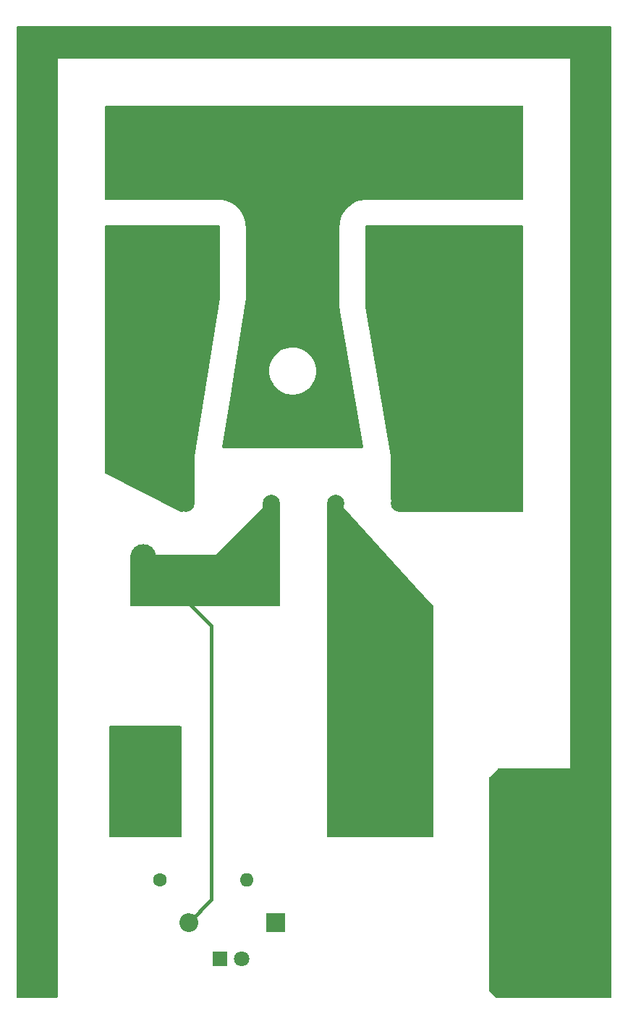
<source format=gbl>
G04 #@! TF.GenerationSoftware,KiCad,Pcbnew,6.0.11+dfsg-1*
G04 #@! TF.CreationDate,2023-07-14T21:47:45+01:00*
G04 #@! TF.ProjectId,bridge-rectifier,62726964-6765-42d7-9265-637469666965,rev?*
G04 #@! TF.SameCoordinates,Original*
G04 #@! TF.FileFunction,Copper,L2,Bot*
G04 #@! TF.FilePolarity,Positive*
%FSLAX46Y46*%
G04 Gerber Fmt 4.6, Leading zero omitted, Abs format (unit mm)*
G04 Created by KiCad (PCBNEW 6.0.11+dfsg-1) date 2023-07-14 21:47:45*
%MOMM*%
%LPD*%
G01*
G04 APERTURE LIST*
G04 Aperture macros list*
%AMRoundRect*
0 Rectangle with rounded corners*
0 $1 Rounding radius*
0 $2 $3 $4 $5 $6 $7 $8 $9 X,Y pos of 4 corners*
0 Add a 4 corners polygon primitive as box body*
4,1,4,$2,$3,$4,$5,$6,$7,$8,$9,$2,$3,0*
0 Add four circle primitives for the rounded corners*
1,1,$1+$1,$2,$3*
1,1,$1+$1,$4,$5*
1,1,$1+$1,$6,$7*
1,1,$1+$1,$8,$9*
0 Add four rect primitives between the rounded corners*
20,1,$1+$1,$2,$3,$4,$5,0*
20,1,$1+$1,$4,$5,$6,$7,0*
20,1,$1+$1,$6,$7,$8,$9,0*
20,1,$1+$1,$8,$9,$2,$3,0*%
G04 Aperture macros list end*
G04 #@! TA.AperFunction,ComponentPad*
%ADD10RoundRect,0.250001X-1.099999X-1.099999X1.099999X-1.099999X1.099999X1.099999X-1.099999X1.099999X0*%
G04 #@! TD*
G04 #@! TA.AperFunction,ComponentPad*
%ADD11C,2.700000*%
G04 #@! TD*
G04 #@! TA.AperFunction,ComponentPad*
%ADD12R,1.800000X1.800000*%
G04 #@! TD*
G04 #@! TA.AperFunction,ComponentPad*
%ADD13C,1.800000*%
G04 #@! TD*
G04 #@! TA.AperFunction,ComponentPad*
%ADD14C,2.000000*%
G04 #@! TD*
G04 #@! TA.AperFunction,ComponentPad*
%ADD15C,1.600000*%
G04 #@! TD*
G04 #@! TA.AperFunction,ComponentPad*
%ADD16O,1.600000X1.600000*%
G04 #@! TD*
G04 #@! TA.AperFunction,ComponentPad*
%ADD17C,3.000000*%
G04 #@! TD*
G04 #@! TA.AperFunction,ComponentPad*
%ADD18R,2.200000X2.200000*%
G04 #@! TD*
G04 #@! TA.AperFunction,ComponentPad*
%ADD19O,2.200000X2.200000*%
G04 #@! TD*
G04 #@! TA.AperFunction,ViaPad*
%ADD20C,0.800000*%
G04 #@! TD*
G04 #@! TA.AperFunction,Conductor*
%ADD21C,0.400000*%
G04 #@! TD*
G04 APERTURE END LIST*
D10*
X189342500Y-106000000D03*
D11*
X193302500Y-106000000D03*
D10*
X172742500Y-105950000D03*
D11*
X176702500Y-105950000D03*
D10*
X185142500Y-39250000D03*
D11*
X189102500Y-39250000D03*
D10*
X144942500Y-39250000D03*
D11*
X148902500Y-39250000D03*
D10*
X145242500Y-105950000D03*
D11*
X149202500Y-105950000D03*
D12*
X156000000Y-123200000D03*
D13*
X158540000Y-123200000D03*
D14*
X152000000Y-70000000D03*
X162000000Y-70000000D03*
X169500000Y-70000000D03*
X177000000Y-70000000D03*
D15*
X148920000Y-114000000D03*
D16*
X159080000Y-114000000D03*
D17*
X147000000Y-98750000D03*
X147000000Y-76250000D03*
D18*
X162480000Y-119000000D03*
D19*
X152320000Y-119000000D03*
D20*
X162000000Y-79000000D03*
X162000000Y-74000000D03*
X147000000Y-79000000D03*
X152000000Y-79000000D03*
X157000000Y-79000000D03*
X194500000Y-16000000D03*
X134500000Y-21000000D03*
X169500000Y-16000000D03*
X134500000Y-61000000D03*
X159500000Y-16000000D03*
X199500000Y-66000000D03*
X199500000Y-111000000D03*
X199500000Y-31000000D03*
X199500000Y-96000000D03*
X134500000Y-101000000D03*
X199500000Y-16000000D03*
X192000000Y-111000000D03*
X179500000Y-16000000D03*
X134500000Y-76000000D03*
X192000000Y-116000000D03*
X199500000Y-116000000D03*
X134500000Y-36000000D03*
X199500000Y-51000000D03*
X134500000Y-26000000D03*
X192000000Y-121000000D03*
X154500000Y-16000000D03*
X199500000Y-71000000D03*
X199500000Y-36000000D03*
X139500000Y-16000000D03*
X199500000Y-106000000D03*
X134500000Y-66000000D03*
X189500000Y-16000000D03*
X134500000Y-126000000D03*
X134500000Y-91000000D03*
X134500000Y-16000000D03*
X199500000Y-121000000D03*
X134500000Y-31000000D03*
X199500000Y-46000000D03*
X164500000Y-16000000D03*
X134500000Y-116000000D03*
X134500000Y-96000000D03*
X199500000Y-61000000D03*
X134500000Y-81000000D03*
X199500000Y-26000000D03*
X199500000Y-21000000D03*
X149500000Y-16000000D03*
X192000000Y-126000000D03*
X174500000Y-16000000D03*
X199500000Y-56000000D03*
X134500000Y-46000000D03*
X199500000Y-86000000D03*
X134500000Y-121000000D03*
X199500000Y-126000000D03*
X199500000Y-41000000D03*
X199500000Y-101000000D03*
X134500000Y-106000000D03*
X184500000Y-16000000D03*
X134500000Y-111000000D03*
X134500000Y-86000000D03*
X134500000Y-51000000D03*
X134500000Y-71000000D03*
X199500000Y-76000000D03*
X144500000Y-16000000D03*
X199500000Y-91000000D03*
X134500000Y-56000000D03*
X199500000Y-81000000D03*
X134500000Y-41000000D03*
X145500000Y-66000000D03*
X145500000Y-46000000D03*
X152000000Y-41000000D03*
X145500000Y-61000000D03*
X145500000Y-51000000D03*
X145500000Y-56000000D03*
X178000000Y-89000000D03*
X171000000Y-79000000D03*
X178000000Y-94000000D03*
X171000000Y-99000000D03*
X171000000Y-104000000D03*
X171000000Y-74000000D03*
X171000000Y-84000000D03*
X178000000Y-84000000D03*
X171000000Y-94000000D03*
X171000000Y-89000000D03*
X178000000Y-99000000D03*
X183500000Y-61000000D03*
X183500000Y-66000000D03*
X188500000Y-51000000D03*
X188500000Y-41000000D03*
X188500000Y-66000000D03*
X188500000Y-61000000D03*
X188500000Y-56000000D03*
X183500000Y-46000000D03*
X188500000Y-46000000D03*
X183500000Y-56000000D03*
X183500000Y-51000000D03*
X177300000Y-41000000D03*
X144800000Y-97000000D03*
X149300000Y-108000000D03*
X144800000Y-102500000D03*
X149300000Y-102500000D03*
X144800000Y-108000000D03*
X149300000Y-97000000D03*
X163000000Y-41000000D03*
X190000000Y-26500000D03*
X161000000Y-61500000D03*
X170000000Y-58000000D03*
X168000000Y-26500000D03*
X166000000Y-26500000D03*
X157000000Y-30500000D03*
X190000000Y-30500000D03*
X159000000Y-61500000D03*
X145000000Y-26500000D03*
X161000000Y-41000000D03*
X161000000Y-46500000D03*
X174000000Y-26500000D03*
X151000000Y-30500000D03*
X163000000Y-61500000D03*
X168000000Y-30500000D03*
X170000000Y-54000000D03*
X166000000Y-58000000D03*
X157000000Y-26500000D03*
X159000000Y-26500000D03*
X184000000Y-30500000D03*
X178000000Y-30500000D03*
X172000000Y-26500000D03*
X168000000Y-54000000D03*
X166000000Y-61500000D03*
X147000000Y-26500000D03*
X178000000Y-26500000D03*
X166000000Y-41000000D03*
X188000000Y-30500000D03*
X161000000Y-58000000D03*
X153000000Y-30500000D03*
X161000000Y-36000000D03*
X182000000Y-26500000D03*
X176000000Y-26500000D03*
X161000000Y-26500000D03*
X168000000Y-50000000D03*
X166000000Y-50000000D03*
X147000000Y-30500000D03*
X163000000Y-46500000D03*
X151000000Y-26500000D03*
X161000000Y-54000000D03*
X166000000Y-46500000D03*
X186000000Y-30500000D03*
X184000000Y-26500000D03*
X180000000Y-30500000D03*
X159000000Y-30500000D03*
X163000000Y-30500000D03*
X163000000Y-36000000D03*
X166000000Y-36000000D03*
X163000000Y-26500000D03*
X159000000Y-58000000D03*
X170000000Y-50000000D03*
X188000000Y-26500000D03*
X159000000Y-50000000D03*
X168000000Y-58000000D03*
X180000000Y-26500000D03*
X149000000Y-30500000D03*
X168000000Y-41000000D03*
X161000000Y-50000000D03*
X163000000Y-58000000D03*
X176000000Y-30500000D03*
X168000000Y-46500000D03*
X170000000Y-26500000D03*
X145000000Y-30500000D03*
X168000000Y-36000000D03*
X163000000Y-50000000D03*
X182000000Y-30500000D03*
X166000000Y-30500000D03*
X149000000Y-26500000D03*
X174000000Y-30500000D03*
X155000000Y-30500000D03*
X161000000Y-30500000D03*
X168000000Y-61500000D03*
X155000000Y-26500000D03*
X153000000Y-26500000D03*
X159000000Y-54000000D03*
X170000000Y-30500000D03*
X170000000Y-61500000D03*
X172000000Y-30500000D03*
X186000000Y-26500000D03*
D21*
X155000000Y-116320000D02*
X155000000Y-84250000D01*
X152320000Y-119000000D02*
X155000000Y-116320000D01*
X155000000Y-84250000D02*
X147000000Y-76250000D01*
G04 #@! TA.AperFunction,Conductor*
G36*
X197000000Y-127799500D02*
G01*
X188351690Y-127799500D01*
X188283569Y-127779498D01*
X188262595Y-127762595D01*
X187536905Y-127036905D01*
X187502879Y-126974593D01*
X187500000Y-126947810D01*
X187500000Y-102052190D01*
X187520002Y-101984069D01*
X187536905Y-101963095D01*
X188463095Y-101036905D01*
X188525407Y-101002879D01*
X188552190Y-101000000D01*
X197000000Y-101000000D01*
X197000000Y-127799500D01*
G37*
G04 #@! TD.AperFunction*
G04 #@! TA.AperFunction,Conductor*
G36*
X137000000Y-127673500D02*
G01*
X136979998Y-127741621D01*
X136926342Y-127788114D01*
X136874000Y-127799500D01*
X132326500Y-127799500D01*
X132258379Y-127779498D01*
X132211886Y-127725842D01*
X132200500Y-127673500D01*
X132200500Y-14326500D01*
X132220502Y-14258379D01*
X132274158Y-14211886D01*
X132326500Y-14200500D01*
X137000000Y-14200500D01*
X137000000Y-127673500D01*
G37*
G04 #@! TD.AperFunction*
G04 #@! TA.AperFunction,Conductor*
G36*
X201741621Y-14220502D02*
G01*
X201788114Y-14274158D01*
X201799500Y-14326500D01*
X201799500Y-127673500D01*
X201779498Y-127741621D01*
X201725842Y-127788114D01*
X201673500Y-127799500D01*
X197000000Y-127799500D01*
X197000000Y-14200500D01*
X201673500Y-14200500D01*
X201741621Y-14220502D01*
G37*
G04 #@! TD.AperFunction*
G04 #@! TA.AperFunction,Conductor*
G36*
X197000000Y-18000000D02*
G01*
X137000000Y-18000000D01*
X137000000Y-14200500D01*
X197000000Y-14200500D01*
X197000000Y-18000000D01*
G37*
G04 #@! TD.AperFunction*
G04 #@! TA.AperFunction,Conductor*
G36*
X162942121Y-70020002D02*
G01*
X162988614Y-70073658D01*
X163000000Y-70126000D01*
X163000000Y-81874000D01*
X162979998Y-81942121D01*
X162926342Y-81988614D01*
X162874000Y-82000000D01*
X145626000Y-82000000D01*
X145557879Y-81979998D01*
X145511386Y-81926342D01*
X145500000Y-81874000D01*
X145500000Y-76067433D01*
X145520002Y-75999312D01*
X145556108Y-75962595D01*
X146930108Y-75046595D01*
X146997883Y-75025451D01*
X147069892Y-75046595D01*
X148484477Y-75989652D01*
X148484479Y-75989653D01*
X148500000Y-76000000D01*
X155500000Y-76000000D01*
X161000000Y-70500000D01*
X161000000Y-70126000D01*
X161020002Y-70057879D01*
X161073658Y-70011386D01*
X161126000Y-70000000D01*
X162874000Y-70000000D01*
X162942121Y-70020002D01*
G37*
G04 #@! TD.AperFunction*
G04 #@! TA.AperFunction,Conductor*
G36*
X155942121Y-37520002D02*
G01*
X155988614Y-37573658D01*
X156000000Y-37626000D01*
X156000000Y-45989852D01*
X155998375Y-46010021D01*
X153000000Y-64500000D01*
X153000000Y-69932567D01*
X152979998Y-70000688D01*
X152943892Y-70037405D01*
X151560840Y-70959440D01*
X151493065Y-70980584D01*
X151434601Y-70967300D01*
X142569650Y-66534825D01*
X142517667Y-66486471D01*
X142500000Y-66422128D01*
X142500000Y-37626000D01*
X142520002Y-37557879D01*
X142573658Y-37511386D01*
X142626000Y-37500000D01*
X155874000Y-37500000D01*
X155942121Y-37520002D01*
G37*
G04 #@! TD.AperFunction*
G04 #@! TA.AperFunction,Conductor*
G36*
X151442121Y-96020002D02*
G01*
X151488614Y-96073658D01*
X151500000Y-96126000D01*
X151500000Y-108874000D01*
X151479998Y-108942121D01*
X151426342Y-108988614D01*
X151374000Y-109000000D01*
X143126000Y-109000000D01*
X143057879Y-108979998D01*
X143011386Y-108926342D01*
X143000000Y-108874000D01*
X143000000Y-96126000D01*
X143020002Y-96057879D01*
X143073658Y-96011386D01*
X143126000Y-96000000D01*
X151374000Y-96000000D01*
X151442121Y-96020002D01*
G37*
G04 #@! TD.AperFunction*
G04 #@! TA.AperFunction,Conductor*
G36*
X191442121Y-37520002D02*
G01*
X191488614Y-37573658D01*
X191500000Y-37626000D01*
X191500000Y-70874000D01*
X191479998Y-70942121D01*
X191426342Y-70988614D01*
X191374000Y-71000000D01*
X177067433Y-71000000D01*
X176999312Y-70979998D01*
X176962595Y-70943892D01*
X176021162Y-69531743D01*
X176000000Y-69461851D01*
X176000000Y-64500000D01*
X173001812Y-47010570D01*
X173000000Y-46989281D01*
X173000000Y-37626000D01*
X173020002Y-37557879D01*
X173073658Y-37511386D01*
X173126000Y-37500000D01*
X191374000Y-37500000D01*
X191442121Y-37520002D01*
G37*
G04 #@! TD.AperFunction*
G04 #@! TA.AperFunction,Conductor*
G36*
X191442121Y-23520002D02*
G01*
X191488614Y-23573658D01*
X191500000Y-23626000D01*
X191500000Y-34368500D01*
X191479998Y-34436621D01*
X191426342Y-34483114D01*
X191374000Y-34494500D01*
X173126000Y-34494500D01*
X173124476Y-34494575D01*
X173124460Y-34494575D01*
X172942091Y-34503504D01*
X172832415Y-34508873D01*
X172487151Y-34563182D01*
X172434809Y-34574568D01*
X172434373Y-34574671D01*
X172434332Y-34574680D01*
X172373472Y-34589019D01*
X172334235Y-34598263D01*
X172001042Y-34703802D01*
X171682354Y-34847309D01*
X171679214Y-34849189D01*
X171679212Y-34849190D01*
X171575551Y-34911252D01*
X171382481Y-35026843D01*
X171379578Y-35029076D01*
X171379576Y-35029078D01*
X171106939Y-35238853D01*
X171106926Y-35238864D01*
X171105479Y-35239977D01*
X171083181Y-35259298D01*
X171053095Y-35285367D01*
X171053078Y-35285383D01*
X171051823Y-35286470D01*
X171050620Y-35287630D01*
X171050605Y-35287643D01*
X170908590Y-35424496D01*
X170822999Y-35506975D01*
X170820772Y-35509658D01*
X170820769Y-35509661D01*
X170742382Y-35604089D01*
X170599759Y-35775898D01*
X170409249Y-36068921D01*
X170254044Y-36382078D01*
X170136244Y-36711137D01*
X170116242Y-36779258D01*
X170116047Y-36779993D01*
X170116041Y-36780015D01*
X170083786Y-36901682D01*
X170075514Y-36932884D01*
X170014822Y-37277083D01*
X169994500Y-37626000D01*
X169994500Y-46989281D01*
X170005328Y-47244171D01*
X170007140Y-47265460D01*
X170039524Y-47518391D01*
X170796263Y-51932700D01*
X172753978Y-63352711D01*
X172745774Y-63423232D01*
X172700745Y-63478122D01*
X172629790Y-63500000D01*
X156355001Y-63500000D01*
X156286880Y-63479998D01*
X156240387Y-63426342D01*
X156230626Y-63353831D01*
X157220356Y-57250500D01*
X157668723Y-54485572D01*
X161744511Y-54485572D01*
X161762735Y-54816712D01*
X161820608Y-55143265D01*
X161821713Y-55146890D01*
X161821714Y-55146895D01*
X161897475Y-55395471D01*
X161917294Y-55460500D01*
X162051391Y-55763821D01*
X162053332Y-55767083D01*
X162219017Y-56045576D01*
X162219021Y-56045582D01*
X162220957Y-56048836D01*
X162423536Y-56311415D01*
X162656193Y-56547756D01*
X162915558Y-56754434D01*
X163197874Y-56928455D01*
X163201321Y-56930044D01*
X163495607Y-57065713D01*
X163495617Y-57065717D01*
X163499051Y-57067300D01*
X163502651Y-57068459D01*
X163502658Y-57068462D01*
X163811119Y-57167795D01*
X163811122Y-57167796D01*
X163814728Y-57168957D01*
X163818444Y-57169676D01*
X163818452Y-57169678D01*
X164136613Y-57231234D01*
X164136622Y-57231235D01*
X164140332Y-57231953D01*
X164144108Y-57232220D01*
X164144113Y-57232221D01*
X164242748Y-57239205D01*
X164402279Y-57250500D01*
X164583386Y-57250500D01*
X164585252Y-57250388D01*
X164585269Y-57250387D01*
X164827262Y-57235798D01*
X164827266Y-57235798D01*
X164831040Y-57235570D01*
X164834762Y-57234890D01*
X164834764Y-57234890D01*
X164908632Y-57221399D01*
X165157285Y-57175987D01*
X165474009Y-57077641D01*
X165776625Y-56941958D01*
X166060748Y-56770902D01*
X166063732Y-56768575D01*
X166063739Y-56768570D01*
X166319268Y-56569287D01*
X166319270Y-56569285D01*
X166322263Y-56566951D01*
X166557382Y-56333060D01*
X166762699Y-56072617D01*
X166935240Y-55789393D01*
X166990021Y-55668909D01*
X167070937Y-55490945D01*
X167070940Y-55490937D01*
X167072506Y-55487493D01*
X167172509Y-55171288D01*
X167233799Y-54845359D01*
X167255489Y-54514428D01*
X167237265Y-54183288D01*
X167179392Y-53856735D01*
X167170852Y-53828712D01*
X167083815Y-53543139D01*
X167082706Y-53539500D01*
X166948609Y-53236179D01*
X166883004Y-53125907D01*
X166780983Y-52954424D01*
X166780979Y-52954418D01*
X166779043Y-52951164D01*
X166576464Y-52688585D01*
X166343807Y-52452244D01*
X166084442Y-52245566D01*
X165802126Y-52071545D01*
X165764174Y-52054049D01*
X165504393Y-51934287D01*
X165504383Y-51934283D01*
X165500949Y-51932700D01*
X165497349Y-51931541D01*
X165497342Y-51931538D01*
X165188881Y-51832205D01*
X165188878Y-51832204D01*
X165185272Y-51831043D01*
X165181556Y-51830324D01*
X165181548Y-51830322D01*
X164863387Y-51768766D01*
X164863378Y-51768765D01*
X164859668Y-51768047D01*
X164855892Y-51767780D01*
X164855887Y-51767779D01*
X164757252Y-51760795D01*
X164597721Y-51749500D01*
X164416614Y-51749500D01*
X164414748Y-51749612D01*
X164414731Y-51749613D01*
X164172738Y-51764202D01*
X164172734Y-51764202D01*
X164168960Y-51764430D01*
X164165238Y-51765110D01*
X164165236Y-51765110D01*
X164149155Y-51768047D01*
X163842715Y-51824013D01*
X163525991Y-51922359D01*
X163223375Y-52058042D01*
X162939252Y-52229098D01*
X162936268Y-52231425D01*
X162936261Y-52231430D01*
X162915103Y-52247931D01*
X162677737Y-52433049D01*
X162442618Y-52666940D01*
X162237301Y-52927383D01*
X162064760Y-53210607D01*
X162053133Y-53236179D01*
X161929063Y-53509055D01*
X161929060Y-53509063D01*
X161927494Y-53512507D01*
X161827491Y-53828712D01*
X161766201Y-54154641D01*
X161744511Y-54485572D01*
X157668723Y-54485572D01*
X158965121Y-46491115D01*
X158994167Y-46251390D01*
X158995792Y-46231221D01*
X159005500Y-45989852D01*
X159005500Y-37626000D01*
X159005411Y-37624167D01*
X158991292Y-37335790D01*
X158991127Y-37332415D01*
X158936818Y-36987151D01*
X158925432Y-36934809D01*
X158924979Y-36932884D01*
X158902281Y-36836545D01*
X158901737Y-36834235D01*
X158796198Y-36501042D01*
X158652691Y-36182354D01*
X158473157Y-35882481D01*
X158388980Y-35773079D01*
X158261147Y-35606939D01*
X158261136Y-35606926D01*
X158260023Y-35605479D01*
X158240702Y-35583181D01*
X158214633Y-35553095D01*
X158214617Y-35553078D01*
X158213530Y-35551823D01*
X158212370Y-35550620D01*
X158212357Y-35550605D01*
X157995452Y-35325518D01*
X157993025Y-35322999D01*
X157894466Y-35241182D01*
X157726921Y-35102099D01*
X157726920Y-35102098D01*
X157724102Y-35099759D01*
X157431079Y-34909249D01*
X157427793Y-34907620D01*
X157427787Y-34907617D01*
X157272951Y-34830879D01*
X157117922Y-34754044D01*
X156788863Y-34636244D01*
X156764820Y-34629184D01*
X156721516Y-34616469D01*
X156721497Y-34616464D01*
X156720742Y-34616242D01*
X156720007Y-34616047D01*
X156719985Y-34616041D01*
X156569692Y-34576197D01*
X156569694Y-34576197D01*
X156567116Y-34575514D01*
X156222917Y-34514822D01*
X156219264Y-34514609D01*
X156219262Y-34514609D01*
X156103944Y-34507893D01*
X155874000Y-34494500D01*
X142626000Y-34494500D01*
X142557879Y-34474498D01*
X142511386Y-34420842D01*
X142500000Y-34368500D01*
X142500000Y-23626000D01*
X142520002Y-23557879D01*
X142573658Y-23511386D01*
X142626000Y-23500000D01*
X191374000Y-23500000D01*
X191442121Y-23520002D01*
G37*
G04 #@! TD.AperFunction*
G04 #@! TA.AperFunction,Conductor*
G36*
X170442121Y-70020002D02*
G01*
X170488614Y-70073658D01*
X170500000Y-70126000D01*
X170500000Y-70500000D01*
X178875207Y-79672846D01*
X180967049Y-81963911D01*
X180998210Y-82027704D01*
X181000000Y-82048869D01*
X181000000Y-108874000D01*
X180979998Y-108942121D01*
X180926342Y-108988614D01*
X180874000Y-109000000D01*
X168626000Y-109000000D01*
X168557879Y-108979998D01*
X168511386Y-108926342D01*
X168500000Y-108874000D01*
X168500000Y-70126000D01*
X168520002Y-70057879D01*
X168573658Y-70011386D01*
X168626000Y-70000000D01*
X170374000Y-70000000D01*
X170442121Y-70020002D01*
G37*
G04 #@! TD.AperFunction*
M02*

</source>
